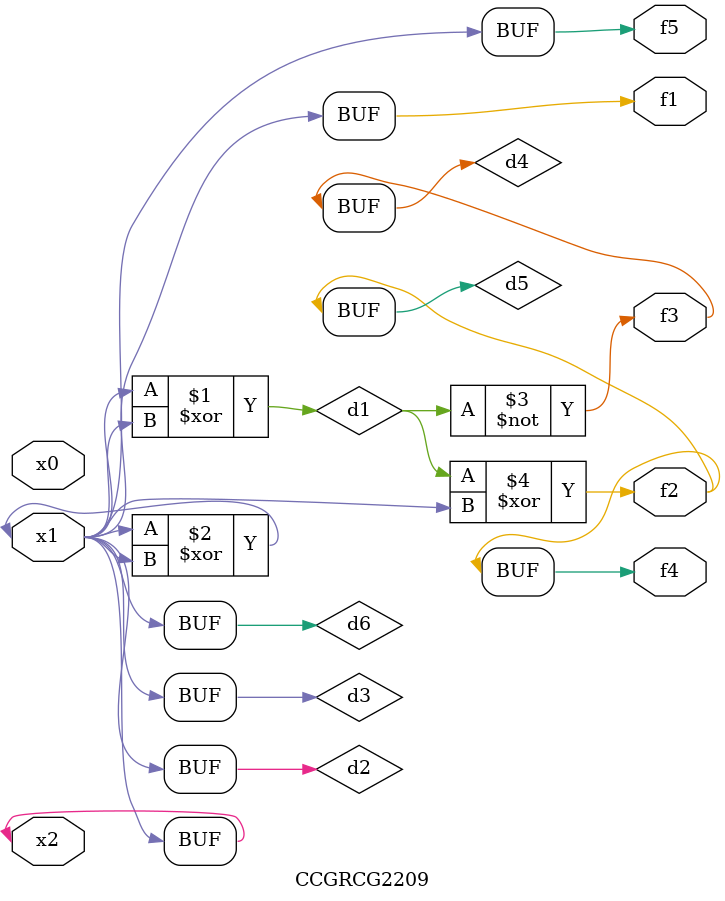
<source format=v>
module CCGRCG2209(
	input x0, x1, x2,
	output f1, f2, f3, f4, f5
);

	wire d1, d2, d3, d4, d5, d6;

	xor (d1, x1, x2);
	buf (d2, x1, x2);
	xor (d3, x1, x2);
	nor (d4, d1);
	xor (d5, d1, d2);
	buf (d6, d2, d3);
	assign f1 = d6;
	assign f2 = d5;
	assign f3 = d4;
	assign f4 = d5;
	assign f5 = d6;
endmodule

</source>
